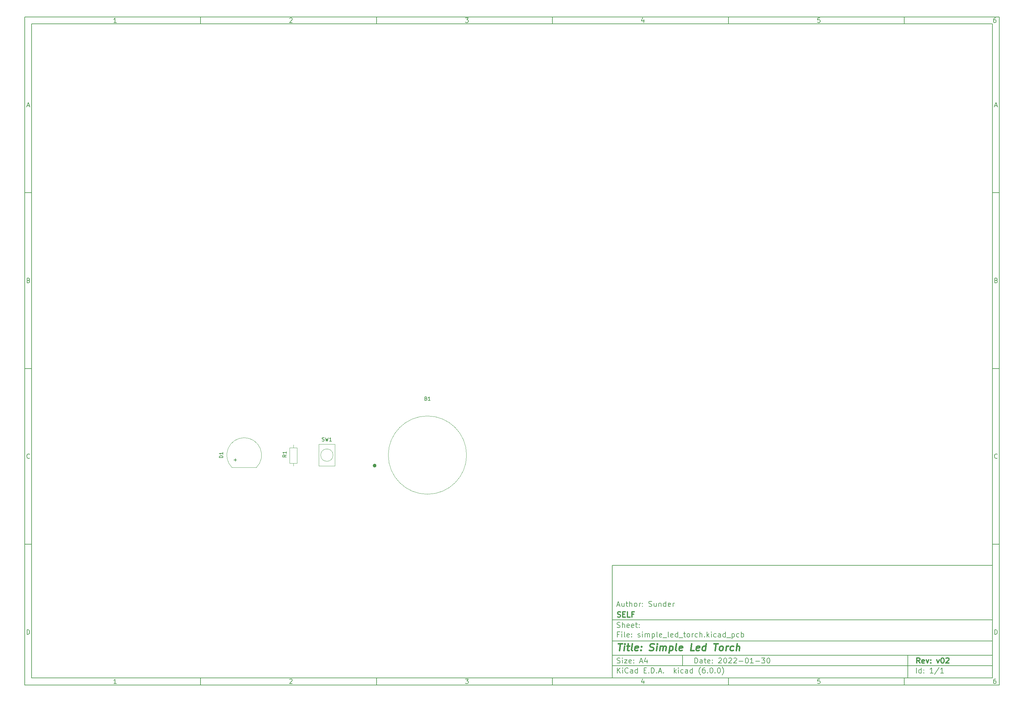
<source format=gbr>
%TF.GenerationSoftware,KiCad,Pcbnew,(6.0.0)*%
%TF.CreationDate,2022-01-30T14:03:22+05:30*%
%TF.ProjectId,simple_led_torch,73696d70-6c65-45f6-9c65-645f746f7263,v02*%
%TF.SameCoordinates,Original*%
%TF.FileFunction,Legend,Top*%
%TF.FilePolarity,Positive*%
%FSLAX46Y46*%
G04 Gerber Fmt 4.6, Leading zero omitted, Abs format (unit mm)*
G04 Created by KiCad (PCBNEW (6.0.0)) date 2022-01-30 14:03:22*
%MOMM*%
%LPD*%
G01*
G04 APERTURE LIST*
%ADD10C,0.100000*%
%ADD11C,0.150000*%
%ADD12C,0.300000*%
%ADD13C,0.400000*%
%ADD14C,0.120000*%
%ADD15C,0.550000*%
G04 APERTURE END LIST*
D10*
D11*
X177002200Y-166007200D02*
X177002200Y-198007200D01*
X285002200Y-198007200D01*
X285002200Y-166007200D01*
X177002200Y-166007200D01*
D10*
D11*
X10000000Y-10000000D02*
X10000000Y-200007200D01*
X287002200Y-200007200D01*
X287002200Y-10000000D01*
X10000000Y-10000000D01*
D10*
D11*
X12000000Y-12000000D02*
X12000000Y-198007200D01*
X285002200Y-198007200D01*
X285002200Y-12000000D01*
X12000000Y-12000000D01*
D10*
D11*
X60000000Y-12000000D02*
X60000000Y-10000000D01*
D10*
D11*
X110000000Y-12000000D02*
X110000000Y-10000000D01*
D10*
D11*
X160000000Y-12000000D02*
X160000000Y-10000000D01*
D10*
D11*
X210000000Y-12000000D02*
X210000000Y-10000000D01*
D10*
D11*
X260000000Y-12000000D02*
X260000000Y-10000000D01*
D10*
D11*
X36065476Y-11588095D02*
X35322619Y-11588095D01*
X35694047Y-11588095D02*
X35694047Y-10288095D01*
X35570238Y-10473809D01*
X35446428Y-10597619D01*
X35322619Y-10659523D01*
D10*
D11*
X85322619Y-10411904D02*
X85384523Y-10350000D01*
X85508333Y-10288095D01*
X85817857Y-10288095D01*
X85941666Y-10350000D01*
X86003571Y-10411904D01*
X86065476Y-10535714D01*
X86065476Y-10659523D01*
X86003571Y-10845238D01*
X85260714Y-11588095D01*
X86065476Y-11588095D01*
D10*
D11*
X135260714Y-10288095D02*
X136065476Y-10288095D01*
X135632142Y-10783333D01*
X135817857Y-10783333D01*
X135941666Y-10845238D01*
X136003571Y-10907142D01*
X136065476Y-11030952D01*
X136065476Y-11340476D01*
X136003571Y-11464285D01*
X135941666Y-11526190D01*
X135817857Y-11588095D01*
X135446428Y-11588095D01*
X135322619Y-11526190D01*
X135260714Y-11464285D01*
D10*
D11*
X185941666Y-10721428D02*
X185941666Y-11588095D01*
X185632142Y-10226190D02*
X185322619Y-11154761D01*
X186127380Y-11154761D01*
D10*
D11*
X236003571Y-10288095D02*
X235384523Y-10288095D01*
X235322619Y-10907142D01*
X235384523Y-10845238D01*
X235508333Y-10783333D01*
X235817857Y-10783333D01*
X235941666Y-10845238D01*
X236003571Y-10907142D01*
X236065476Y-11030952D01*
X236065476Y-11340476D01*
X236003571Y-11464285D01*
X235941666Y-11526190D01*
X235817857Y-11588095D01*
X235508333Y-11588095D01*
X235384523Y-11526190D01*
X235322619Y-11464285D01*
D10*
D11*
X285941666Y-10288095D02*
X285694047Y-10288095D01*
X285570238Y-10350000D01*
X285508333Y-10411904D01*
X285384523Y-10597619D01*
X285322619Y-10845238D01*
X285322619Y-11340476D01*
X285384523Y-11464285D01*
X285446428Y-11526190D01*
X285570238Y-11588095D01*
X285817857Y-11588095D01*
X285941666Y-11526190D01*
X286003571Y-11464285D01*
X286065476Y-11340476D01*
X286065476Y-11030952D01*
X286003571Y-10907142D01*
X285941666Y-10845238D01*
X285817857Y-10783333D01*
X285570238Y-10783333D01*
X285446428Y-10845238D01*
X285384523Y-10907142D01*
X285322619Y-11030952D01*
D10*
D11*
X60000000Y-198007200D02*
X60000000Y-200007200D01*
D10*
D11*
X110000000Y-198007200D02*
X110000000Y-200007200D01*
D10*
D11*
X160000000Y-198007200D02*
X160000000Y-200007200D01*
D10*
D11*
X210000000Y-198007200D02*
X210000000Y-200007200D01*
D10*
D11*
X260000000Y-198007200D02*
X260000000Y-200007200D01*
D10*
D11*
X36065476Y-199595295D02*
X35322619Y-199595295D01*
X35694047Y-199595295D02*
X35694047Y-198295295D01*
X35570238Y-198481009D01*
X35446428Y-198604819D01*
X35322619Y-198666723D01*
D10*
D11*
X85322619Y-198419104D02*
X85384523Y-198357200D01*
X85508333Y-198295295D01*
X85817857Y-198295295D01*
X85941666Y-198357200D01*
X86003571Y-198419104D01*
X86065476Y-198542914D01*
X86065476Y-198666723D01*
X86003571Y-198852438D01*
X85260714Y-199595295D01*
X86065476Y-199595295D01*
D10*
D11*
X135260714Y-198295295D02*
X136065476Y-198295295D01*
X135632142Y-198790533D01*
X135817857Y-198790533D01*
X135941666Y-198852438D01*
X136003571Y-198914342D01*
X136065476Y-199038152D01*
X136065476Y-199347676D01*
X136003571Y-199471485D01*
X135941666Y-199533390D01*
X135817857Y-199595295D01*
X135446428Y-199595295D01*
X135322619Y-199533390D01*
X135260714Y-199471485D01*
D10*
D11*
X185941666Y-198728628D02*
X185941666Y-199595295D01*
X185632142Y-198233390D02*
X185322619Y-199161961D01*
X186127380Y-199161961D01*
D10*
D11*
X236003571Y-198295295D02*
X235384523Y-198295295D01*
X235322619Y-198914342D01*
X235384523Y-198852438D01*
X235508333Y-198790533D01*
X235817857Y-198790533D01*
X235941666Y-198852438D01*
X236003571Y-198914342D01*
X236065476Y-199038152D01*
X236065476Y-199347676D01*
X236003571Y-199471485D01*
X235941666Y-199533390D01*
X235817857Y-199595295D01*
X235508333Y-199595295D01*
X235384523Y-199533390D01*
X235322619Y-199471485D01*
D10*
D11*
X285941666Y-198295295D02*
X285694047Y-198295295D01*
X285570238Y-198357200D01*
X285508333Y-198419104D01*
X285384523Y-198604819D01*
X285322619Y-198852438D01*
X285322619Y-199347676D01*
X285384523Y-199471485D01*
X285446428Y-199533390D01*
X285570238Y-199595295D01*
X285817857Y-199595295D01*
X285941666Y-199533390D01*
X286003571Y-199471485D01*
X286065476Y-199347676D01*
X286065476Y-199038152D01*
X286003571Y-198914342D01*
X285941666Y-198852438D01*
X285817857Y-198790533D01*
X285570238Y-198790533D01*
X285446428Y-198852438D01*
X285384523Y-198914342D01*
X285322619Y-199038152D01*
D10*
D11*
X10000000Y-60000000D02*
X12000000Y-60000000D01*
D10*
D11*
X10000000Y-110000000D02*
X12000000Y-110000000D01*
D10*
D11*
X10000000Y-160000000D02*
X12000000Y-160000000D01*
D10*
D11*
X10690476Y-35216666D02*
X11309523Y-35216666D01*
X10566666Y-35588095D02*
X11000000Y-34288095D01*
X11433333Y-35588095D01*
D10*
D11*
X11092857Y-84907142D02*
X11278571Y-84969047D01*
X11340476Y-85030952D01*
X11402380Y-85154761D01*
X11402380Y-85340476D01*
X11340476Y-85464285D01*
X11278571Y-85526190D01*
X11154761Y-85588095D01*
X10659523Y-85588095D01*
X10659523Y-84288095D01*
X11092857Y-84288095D01*
X11216666Y-84350000D01*
X11278571Y-84411904D01*
X11340476Y-84535714D01*
X11340476Y-84659523D01*
X11278571Y-84783333D01*
X11216666Y-84845238D01*
X11092857Y-84907142D01*
X10659523Y-84907142D01*
D10*
D11*
X11402380Y-135464285D02*
X11340476Y-135526190D01*
X11154761Y-135588095D01*
X11030952Y-135588095D01*
X10845238Y-135526190D01*
X10721428Y-135402380D01*
X10659523Y-135278571D01*
X10597619Y-135030952D01*
X10597619Y-134845238D01*
X10659523Y-134597619D01*
X10721428Y-134473809D01*
X10845238Y-134350000D01*
X11030952Y-134288095D01*
X11154761Y-134288095D01*
X11340476Y-134350000D01*
X11402380Y-134411904D01*
D10*
D11*
X10659523Y-185588095D02*
X10659523Y-184288095D01*
X10969047Y-184288095D01*
X11154761Y-184350000D01*
X11278571Y-184473809D01*
X11340476Y-184597619D01*
X11402380Y-184845238D01*
X11402380Y-185030952D01*
X11340476Y-185278571D01*
X11278571Y-185402380D01*
X11154761Y-185526190D01*
X10969047Y-185588095D01*
X10659523Y-185588095D01*
D10*
D11*
X287002200Y-60000000D02*
X285002200Y-60000000D01*
D10*
D11*
X287002200Y-110000000D02*
X285002200Y-110000000D01*
D10*
D11*
X287002200Y-160000000D02*
X285002200Y-160000000D01*
D10*
D11*
X285692676Y-35216666D02*
X286311723Y-35216666D01*
X285568866Y-35588095D02*
X286002200Y-34288095D01*
X286435533Y-35588095D01*
D10*
D11*
X286095057Y-84907142D02*
X286280771Y-84969047D01*
X286342676Y-85030952D01*
X286404580Y-85154761D01*
X286404580Y-85340476D01*
X286342676Y-85464285D01*
X286280771Y-85526190D01*
X286156961Y-85588095D01*
X285661723Y-85588095D01*
X285661723Y-84288095D01*
X286095057Y-84288095D01*
X286218866Y-84350000D01*
X286280771Y-84411904D01*
X286342676Y-84535714D01*
X286342676Y-84659523D01*
X286280771Y-84783333D01*
X286218866Y-84845238D01*
X286095057Y-84907142D01*
X285661723Y-84907142D01*
D10*
D11*
X286404580Y-135464285D02*
X286342676Y-135526190D01*
X286156961Y-135588095D01*
X286033152Y-135588095D01*
X285847438Y-135526190D01*
X285723628Y-135402380D01*
X285661723Y-135278571D01*
X285599819Y-135030952D01*
X285599819Y-134845238D01*
X285661723Y-134597619D01*
X285723628Y-134473809D01*
X285847438Y-134350000D01*
X286033152Y-134288095D01*
X286156961Y-134288095D01*
X286342676Y-134350000D01*
X286404580Y-134411904D01*
D10*
D11*
X285661723Y-185588095D02*
X285661723Y-184288095D01*
X285971247Y-184288095D01*
X286156961Y-184350000D01*
X286280771Y-184473809D01*
X286342676Y-184597619D01*
X286404580Y-184845238D01*
X286404580Y-185030952D01*
X286342676Y-185278571D01*
X286280771Y-185402380D01*
X286156961Y-185526190D01*
X285971247Y-185588095D01*
X285661723Y-185588095D01*
D10*
D11*
X200434342Y-193785771D02*
X200434342Y-192285771D01*
X200791485Y-192285771D01*
X201005771Y-192357200D01*
X201148628Y-192500057D01*
X201220057Y-192642914D01*
X201291485Y-192928628D01*
X201291485Y-193142914D01*
X201220057Y-193428628D01*
X201148628Y-193571485D01*
X201005771Y-193714342D01*
X200791485Y-193785771D01*
X200434342Y-193785771D01*
X202577200Y-193785771D02*
X202577200Y-193000057D01*
X202505771Y-192857200D01*
X202362914Y-192785771D01*
X202077200Y-192785771D01*
X201934342Y-192857200D01*
X202577200Y-193714342D02*
X202434342Y-193785771D01*
X202077200Y-193785771D01*
X201934342Y-193714342D01*
X201862914Y-193571485D01*
X201862914Y-193428628D01*
X201934342Y-193285771D01*
X202077200Y-193214342D01*
X202434342Y-193214342D01*
X202577200Y-193142914D01*
X203077200Y-192785771D02*
X203648628Y-192785771D01*
X203291485Y-192285771D02*
X203291485Y-193571485D01*
X203362914Y-193714342D01*
X203505771Y-193785771D01*
X203648628Y-193785771D01*
X204720057Y-193714342D02*
X204577200Y-193785771D01*
X204291485Y-193785771D01*
X204148628Y-193714342D01*
X204077200Y-193571485D01*
X204077200Y-193000057D01*
X204148628Y-192857200D01*
X204291485Y-192785771D01*
X204577200Y-192785771D01*
X204720057Y-192857200D01*
X204791485Y-193000057D01*
X204791485Y-193142914D01*
X204077200Y-193285771D01*
X205434342Y-193642914D02*
X205505771Y-193714342D01*
X205434342Y-193785771D01*
X205362914Y-193714342D01*
X205434342Y-193642914D01*
X205434342Y-193785771D01*
X205434342Y-192857200D02*
X205505771Y-192928628D01*
X205434342Y-193000057D01*
X205362914Y-192928628D01*
X205434342Y-192857200D01*
X205434342Y-193000057D01*
X207220057Y-192428628D02*
X207291485Y-192357200D01*
X207434342Y-192285771D01*
X207791485Y-192285771D01*
X207934342Y-192357200D01*
X208005771Y-192428628D01*
X208077200Y-192571485D01*
X208077200Y-192714342D01*
X208005771Y-192928628D01*
X207148628Y-193785771D01*
X208077200Y-193785771D01*
X209005771Y-192285771D02*
X209148628Y-192285771D01*
X209291485Y-192357200D01*
X209362914Y-192428628D01*
X209434342Y-192571485D01*
X209505771Y-192857200D01*
X209505771Y-193214342D01*
X209434342Y-193500057D01*
X209362914Y-193642914D01*
X209291485Y-193714342D01*
X209148628Y-193785771D01*
X209005771Y-193785771D01*
X208862914Y-193714342D01*
X208791485Y-193642914D01*
X208720057Y-193500057D01*
X208648628Y-193214342D01*
X208648628Y-192857200D01*
X208720057Y-192571485D01*
X208791485Y-192428628D01*
X208862914Y-192357200D01*
X209005771Y-192285771D01*
X210077200Y-192428628D02*
X210148628Y-192357200D01*
X210291485Y-192285771D01*
X210648628Y-192285771D01*
X210791485Y-192357200D01*
X210862914Y-192428628D01*
X210934342Y-192571485D01*
X210934342Y-192714342D01*
X210862914Y-192928628D01*
X210005771Y-193785771D01*
X210934342Y-193785771D01*
X211505771Y-192428628D02*
X211577200Y-192357200D01*
X211720057Y-192285771D01*
X212077200Y-192285771D01*
X212220057Y-192357200D01*
X212291485Y-192428628D01*
X212362914Y-192571485D01*
X212362914Y-192714342D01*
X212291485Y-192928628D01*
X211434342Y-193785771D01*
X212362914Y-193785771D01*
X213005771Y-193214342D02*
X214148628Y-193214342D01*
X215148628Y-192285771D02*
X215291485Y-192285771D01*
X215434342Y-192357200D01*
X215505771Y-192428628D01*
X215577200Y-192571485D01*
X215648628Y-192857200D01*
X215648628Y-193214342D01*
X215577200Y-193500057D01*
X215505771Y-193642914D01*
X215434342Y-193714342D01*
X215291485Y-193785771D01*
X215148628Y-193785771D01*
X215005771Y-193714342D01*
X214934342Y-193642914D01*
X214862914Y-193500057D01*
X214791485Y-193214342D01*
X214791485Y-192857200D01*
X214862914Y-192571485D01*
X214934342Y-192428628D01*
X215005771Y-192357200D01*
X215148628Y-192285771D01*
X217077200Y-193785771D02*
X216220057Y-193785771D01*
X216648628Y-193785771D02*
X216648628Y-192285771D01*
X216505771Y-192500057D01*
X216362914Y-192642914D01*
X216220057Y-192714342D01*
X217720057Y-193214342D02*
X218862914Y-193214342D01*
X219434342Y-192285771D02*
X220362914Y-192285771D01*
X219862914Y-192857200D01*
X220077200Y-192857200D01*
X220220057Y-192928628D01*
X220291485Y-193000057D01*
X220362914Y-193142914D01*
X220362914Y-193500057D01*
X220291485Y-193642914D01*
X220220057Y-193714342D01*
X220077200Y-193785771D01*
X219648628Y-193785771D01*
X219505771Y-193714342D01*
X219434342Y-193642914D01*
X221291485Y-192285771D02*
X221434342Y-192285771D01*
X221577200Y-192357200D01*
X221648628Y-192428628D01*
X221720057Y-192571485D01*
X221791485Y-192857200D01*
X221791485Y-193214342D01*
X221720057Y-193500057D01*
X221648628Y-193642914D01*
X221577200Y-193714342D01*
X221434342Y-193785771D01*
X221291485Y-193785771D01*
X221148628Y-193714342D01*
X221077200Y-193642914D01*
X221005771Y-193500057D01*
X220934342Y-193214342D01*
X220934342Y-192857200D01*
X221005771Y-192571485D01*
X221077200Y-192428628D01*
X221148628Y-192357200D01*
X221291485Y-192285771D01*
D10*
D11*
X177002200Y-194507200D02*
X285002200Y-194507200D01*
D10*
D11*
X178434342Y-196585771D02*
X178434342Y-195085771D01*
X179291485Y-196585771D02*
X178648628Y-195728628D01*
X179291485Y-195085771D02*
X178434342Y-195942914D01*
X179934342Y-196585771D02*
X179934342Y-195585771D01*
X179934342Y-195085771D02*
X179862914Y-195157200D01*
X179934342Y-195228628D01*
X180005771Y-195157200D01*
X179934342Y-195085771D01*
X179934342Y-195228628D01*
X181505771Y-196442914D02*
X181434342Y-196514342D01*
X181220057Y-196585771D01*
X181077200Y-196585771D01*
X180862914Y-196514342D01*
X180720057Y-196371485D01*
X180648628Y-196228628D01*
X180577200Y-195942914D01*
X180577200Y-195728628D01*
X180648628Y-195442914D01*
X180720057Y-195300057D01*
X180862914Y-195157200D01*
X181077200Y-195085771D01*
X181220057Y-195085771D01*
X181434342Y-195157200D01*
X181505771Y-195228628D01*
X182791485Y-196585771D02*
X182791485Y-195800057D01*
X182720057Y-195657200D01*
X182577200Y-195585771D01*
X182291485Y-195585771D01*
X182148628Y-195657200D01*
X182791485Y-196514342D02*
X182648628Y-196585771D01*
X182291485Y-196585771D01*
X182148628Y-196514342D01*
X182077200Y-196371485D01*
X182077200Y-196228628D01*
X182148628Y-196085771D01*
X182291485Y-196014342D01*
X182648628Y-196014342D01*
X182791485Y-195942914D01*
X184148628Y-196585771D02*
X184148628Y-195085771D01*
X184148628Y-196514342D02*
X184005771Y-196585771D01*
X183720057Y-196585771D01*
X183577200Y-196514342D01*
X183505771Y-196442914D01*
X183434342Y-196300057D01*
X183434342Y-195871485D01*
X183505771Y-195728628D01*
X183577200Y-195657200D01*
X183720057Y-195585771D01*
X184005771Y-195585771D01*
X184148628Y-195657200D01*
X186005771Y-195800057D02*
X186505771Y-195800057D01*
X186720057Y-196585771D02*
X186005771Y-196585771D01*
X186005771Y-195085771D01*
X186720057Y-195085771D01*
X187362914Y-196442914D02*
X187434342Y-196514342D01*
X187362914Y-196585771D01*
X187291485Y-196514342D01*
X187362914Y-196442914D01*
X187362914Y-196585771D01*
X188077200Y-196585771D02*
X188077200Y-195085771D01*
X188434342Y-195085771D01*
X188648628Y-195157200D01*
X188791485Y-195300057D01*
X188862914Y-195442914D01*
X188934342Y-195728628D01*
X188934342Y-195942914D01*
X188862914Y-196228628D01*
X188791485Y-196371485D01*
X188648628Y-196514342D01*
X188434342Y-196585771D01*
X188077200Y-196585771D01*
X189577200Y-196442914D02*
X189648628Y-196514342D01*
X189577200Y-196585771D01*
X189505771Y-196514342D01*
X189577200Y-196442914D01*
X189577200Y-196585771D01*
X190220057Y-196157200D02*
X190934342Y-196157200D01*
X190077200Y-196585771D02*
X190577200Y-195085771D01*
X191077200Y-196585771D01*
X191577200Y-196442914D02*
X191648628Y-196514342D01*
X191577200Y-196585771D01*
X191505771Y-196514342D01*
X191577200Y-196442914D01*
X191577200Y-196585771D01*
X194577200Y-196585771D02*
X194577200Y-195085771D01*
X194720057Y-196014342D02*
X195148628Y-196585771D01*
X195148628Y-195585771D02*
X194577200Y-196157200D01*
X195791485Y-196585771D02*
X195791485Y-195585771D01*
X195791485Y-195085771D02*
X195720057Y-195157200D01*
X195791485Y-195228628D01*
X195862914Y-195157200D01*
X195791485Y-195085771D01*
X195791485Y-195228628D01*
X197148628Y-196514342D02*
X197005771Y-196585771D01*
X196720057Y-196585771D01*
X196577200Y-196514342D01*
X196505771Y-196442914D01*
X196434342Y-196300057D01*
X196434342Y-195871485D01*
X196505771Y-195728628D01*
X196577200Y-195657200D01*
X196720057Y-195585771D01*
X197005771Y-195585771D01*
X197148628Y-195657200D01*
X198434342Y-196585771D02*
X198434342Y-195800057D01*
X198362914Y-195657200D01*
X198220057Y-195585771D01*
X197934342Y-195585771D01*
X197791485Y-195657200D01*
X198434342Y-196514342D02*
X198291485Y-196585771D01*
X197934342Y-196585771D01*
X197791485Y-196514342D01*
X197720057Y-196371485D01*
X197720057Y-196228628D01*
X197791485Y-196085771D01*
X197934342Y-196014342D01*
X198291485Y-196014342D01*
X198434342Y-195942914D01*
X199791485Y-196585771D02*
X199791485Y-195085771D01*
X199791485Y-196514342D02*
X199648628Y-196585771D01*
X199362914Y-196585771D01*
X199220057Y-196514342D01*
X199148628Y-196442914D01*
X199077200Y-196300057D01*
X199077200Y-195871485D01*
X199148628Y-195728628D01*
X199220057Y-195657200D01*
X199362914Y-195585771D01*
X199648628Y-195585771D01*
X199791485Y-195657200D01*
X202077200Y-197157200D02*
X202005771Y-197085771D01*
X201862914Y-196871485D01*
X201791485Y-196728628D01*
X201720057Y-196514342D01*
X201648628Y-196157200D01*
X201648628Y-195871485D01*
X201720057Y-195514342D01*
X201791485Y-195300057D01*
X201862914Y-195157200D01*
X202005771Y-194942914D01*
X202077200Y-194871485D01*
X203291485Y-195085771D02*
X203005771Y-195085771D01*
X202862914Y-195157200D01*
X202791485Y-195228628D01*
X202648628Y-195442914D01*
X202577200Y-195728628D01*
X202577200Y-196300057D01*
X202648628Y-196442914D01*
X202720057Y-196514342D01*
X202862914Y-196585771D01*
X203148628Y-196585771D01*
X203291485Y-196514342D01*
X203362914Y-196442914D01*
X203434342Y-196300057D01*
X203434342Y-195942914D01*
X203362914Y-195800057D01*
X203291485Y-195728628D01*
X203148628Y-195657200D01*
X202862914Y-195657200D01*
X202720057Y-195728628D01*
X202648628Y-195800057D01*
X202577200Y-195942914D01*
X204077200Y-196442914D02*
X204148628Y-196514342D01*
X204077200Y-196585771D01*
X204005771Y-196514342D01*
X204077200Y-196442914D01*
X204077200Y-196585771D01*
X205077200Y-195085771D02*
X205220057Y-195085771D01*
X205362914Y-195157200D01*
X205434342Y-195228628D01*
X205505771Y-195371485D01*
X205577200Y-195657200D01*
X205577200Y-196014342D01*
X205505771Y-196300057D01*
X205434342Y-196442914D01*
X205362914Y-196514342D01*
X205220057Y-196585771D01*
X205077200Y-196585771D01*
X204934342Y-196514342D01*
X204862914Y-196442914D01*
X204791485Y-196300057D01*
X204720057Y-196014342D01*
X204720057Y-195657200D01*
X204791485Y-195371485D01*
X204862914Y-195228628D01*
X204934342Y-195157200D01*
X205077200Y-195085771D01*
X206220057Y-196442914D02*
X206291485Y-196514342D01*
X206220057Y-196585771D01*
X206148628Y-196514342D01*
X206220057Y-196442914D01*
X206220057Y-196585771D01*
X207220057Y-195085771D02*
X207362914Y-195085771D01*
X207505771Y-195157200D01*
X207577200Y-195228628D01*
X207648628Y-195371485D01*
X207720057Y-195657200D01*
X207720057Y-196014342D01*
X207648628Y-196300057D01*
X207577200Y-196442914D01*
X207505771Y-196514342D01*
X207362914Y-196585771D01*
X207220057Y-196585771D01*
X207077200Y-196514342D01*
X207005771Y-196442914D01*
X206934342Y-196300057D01*
X206862914Y-196014342D01*
X206862914Y-195657200D01*
X206934342Y-195371485D01*
X207005771Y-195228628D01*
X207077200Y-195157200D01*
X207220057Y-195085771D01*
X208220057Y-197157200D02*
X208291485Y-197085771D01*
X208434342Y-196871485D01*
X208505771Y-196728628D01*
X208577200Y-196514342D01*
X208648628Y-196157200D01*
X208648628Y-195871485D01*
X208577200Y-195514342D01*
X208505771Y-195300057D01*
X208434342Y-195157200D01*
X208291485Y-194942914D01*
X208220057Y-194871485D01*
D10*
D11*
X177002200Y-191507200D02*
X285002200Y-191507200D01*
D10*
D12*
X264411485Y-193785771D02*
X263911485Y-193071485D01*
X263554342Y-193785771D02*
X263554342Y-192285771D01*
X264125771Y-192285771D01*
X264268628Y-192357200D01*
X264340057Y-192428628D01*
X264411485Y-192571485D01*
X264411485Y-192785771D01*
X264340057Y-192928628D01*
X264268628Y-193000057D01*
X264125771Y-193071485D01*
X263554342Y-193071485D01*
X265625771Y-193714342D02*
X265482914Y-193785771D01*
X265197200Y-193785771D01*
X265054342Y-193714342D01*
X264982914Y-193571485D01*
X264982914Y-193000057D01*
X265054342Y-192857200D01*
X265197200Y-192785771D01*
X265482914Y-192785771D01*
X265625771Y-192857200D01*
X265697200Y-193000057D01*
X265697200Y-193142914D01*
X264982914Y-193285771D01*
X266197200Y-192785771D02*
X266554342Y-193785771D01*
X266911485Y-192785771D01*
X267482914Y-193642914D02*
X267554342Y-193714342D01*
X267482914Y-193785771D01*
X267411485Y-193714342D01*
X267482914Y-193642914D01*
X267482914Y-193785771D01*
X267482914Y-192857200D02*
X267554342Y-192928628D01*
X267482914Y-193000057D01*
X267411485Y-192928628D01*
X267482914Y-192857200D01*
X267482914Y-193000057D01*
X269197200Y-192785771D02*
X269554342Y-193785771D01*
X269911485Y-192785771D01*
X270768628Y-192285771D02*
X270911485Y-192285771D01*
X271054342Y-192357200D01*
X271125771Y-192428628D01*
X271197200Y-192571485D01*
X271268628Y-192857200D01*
X271268628Y-193214342D01*
X271197200Y-193500057D01*
X271125771Y-193642914D01*
X271054342Y-193714342D01*
X270911485Y-193785771D01*
X270768628Y-193785771D01*
X270625771Y-193714342D01*
X270554342Y-193642914D01*
X270482914Y-193500057D01*
X270411485Y-193214342D01*
X270411485Y-192857200D01*
X270482914Y-192571485D01*
X270554342Y-192428628D01*
X270625771Y-192357200D01*
X270768628Y-192285771D01*
X271840057Y-192428628D02*
X271911485Y-192357200D01*
X272054342Y-192285771D01*
X272411485Y-192285771D01*
X272554342Y-192357200D01*
X272625771Y-192428628D01*
X272697200Y-192571485D01*
X272697200Y-192714342D01*
X272625771Y-192928628D01*
X271768628Y-193785771D01*
X272697200Y-193785771D01*
D10*
D11*
X178362914Y-193714342D02*
X178577200Y-193785771D01*
X178934342Y-193785771D01*
X179077200Y-193714342D01*
X179148628Y-193642914D01*
X179220057Y-193500057D01*
X179220057Y-193357200D01*
X179148628Y-193214342D01*
X179077200Y-193142914D01*
X178934342Y-193071485D01*
X178648628Y-193000057D01*
X178505771Y-192928628D01*
X178434342Y-192857200D01*
X178362914Y-192714342D01*
X178362914Y-192571485D01*
X178434342Y-192428628D01*
X178505771Y-192357200D01*
X178648628Y-192285771D01*
X179005771Y-192285771D01*
X179220057Y-192357200D01*
X179862914Y-193785771D02*
X179862914Y-192785771D01*
X179862914Y-192285771D02*
X179791485Y-192357200D01*
X179862914Y-192428628D01*
X179934342Y-192357200D01*
X179862914Y-192285771D01*
X179862914Y-192428628D01*
X180434342Y-192785771D02*
X181220057Y-192785771D01*
X180434342Y-193785771D01*
X181220057Y-193785771D01*
X182362914Y-193714342D02*
X182220057Y-193785771D01*
X181934342Y-193785771D01*
X181791485Y-193714342D01*
X181720057Y-193571485D01*
X181720057Y-193000057D01*
X181791485Y-192857200D01*
X181934342Y-192785771D01*
X182220057Y-192785771D01*
X182362914Y-192857200D01*
X182434342Y-193000057D01*
X182434342Y-193142914D01*
X181720057Y-193285771D01*
X183077200Y-193642914D02*
X183148628Y-193714342D01*
X183077200Y-193785771D01*
X183005771Y-193714342D01*
X183077200Y-193642914D01*
X183077200Y-193785771D01*
X183077200Y-192857200D02*
X183148628Y-192928628D01*
X183077200Y-193000057D01*
X183005771Y-192928628D01*
X183077200Y-192857200D01*
X183077200Y-193000057D01*
X184862914Y-193357200D02*
X185577200Y-193357200D01*
X184720057Y-193785771D02*
X185220057Y-192285771D01*
X185720057Y-193785771D01*
X186862914Y-192785771D02*
X186862914Y-193785771D01*
X186505771Y-192214342D02*
X186148628Y-193285771D01*
X187077200Y-193285771D01*
D10*
D11*
X263434342Y-196585771D02*
X263434342Y-195085771D01*
X264791485Y-196585771D02*
X264791485Y-195085771D01*
X264791485Y-196514342D02*
X264648628Y-196585771D01*
X264362914Y-196585771D01*
X264220057Y-196514342D01*
X264148628Y-196442914D01*
X264077200Y-196300057D01*
X264077200Y-195871485D01*
X264148628Y-195728628D01*
X264220057Y-195657200D01*
X264362914Y-195585771D01*
X264648628Y-195585771D01*
X264791485Y-195657200D01*
X265505771Y-196442914D02*
X265577200Y-196514342D01*
X265505771Y-196585771D01*
X265434342Y-196514342D01*
X265505771Y-196442914D01*
X265505771Y-196585771D01*
X265505771Y-195657200D02*
X265577200Y-195728628D01*
X265505771Y-195800057D01*
X265434342Y-195728628D01*
X265505771Y-195657200D01*
X265505771Y-195800057D01*
X268148628Y-196585771D02*
X267291485Y-196585771D01*
X267720057Y-196585771D02*
X267720057Y-195085771D01*
X267577200Y-195300057D01*
X267434342Y-195442914D01*
X267291485Y-195514342D01*
X269862914Y-195014342D02*
X268577200Y-196942914D01*
X271148628Y-196585771D02*
X270291485Y-196585771D01*
X270720057Y-196585771D02*
X270720057Y-195085771D01*
X270577200Y-195300057D01*
X270434342Y-195442914D01*
X270291485Y-195514342D01*
D10*
D11*
X177002200Y-187507200D02*
X285002200Y-187507200D01*
D10*
D13*
X178714580Y-188211961D02*
X179857438Y-188211961D01*
X179036009Y-190211961D02*
X179286009Y-188211961D01*
X180274104Y-190211961D02*
X180440771Y-188878628D01*
X180524104Y-188211961D02*
X180416961Y-188307200D01*
X180500295Y-188402438D01*
X180607438Y-188307200D01*
X180524104Y-188211961D01*
X180500295Y-188402438D01*
X181107438Y-188878628D02*
X181869342Y-188878628D01*
X181476485Y-188211961D02*
X181262200Y-189926247D01*
X181333628Y-190116723D01*
X181512200Y-190211961D01*
X181702676Y-190211961D01*
X182655057Y-190211961D02*
X182476485Y-190116723D01*
X182405057Y-189926247D01*
X182619342Y-188211961D01*
X184190771Y-190116723D02*
X183988390Y-190211961D01*
X183607438Y-190211961D01*
X183428866Y-190116723D01*
X183357438Y-189926247D01*
X183452676Y-189164342D01*
X183571723Y-188973866D01*
X183774104Y-188878628D01*
X184155057Y-188878628D01*
X184333628Y-188973866D01*
X184405057Y-189164342D01*
X184381247Y-189354819D01*
X183405057Y-189545295D01*
X185155057Y-190021485D02*
X185238390Y-190116723D01*
X185131247Y-190211961D01*
X185047914Y-190116723D01*
X185155057Y-190021485D01*
X185131247Y-190211961D01*
X185286009Y-188973866D02*
X185369342Y-189069104D01*
X185262200Y-189164342D01*
X185178866Y-189069104D01*
X185286009Y-188973866D01*
X185262200Y-189164342D01*
X187524104Y-190116723D02*
X187797914Y-190211961D01*
X188274104Y-190211961D01*
X188476485Y-190116723D01*
X188583628Y-190021485D01*
X188702676Y-189831009D01*
X188726485Y-189640533D01*
X188655057Y-189450057D01*
X188571723Y-189354819D01*
X188393152Y-189259580D01*
X188024104Y-189164342D01*
X187845533Y-189069104D01*
X187762200Y-188973866D01*
X187690771Y-188783390D01*
X187714580Y-188592914D01*
X187833628Y-188402438D01*
X187940771Y-188307200D01*
X188143152Y-188211961D01*
X188619342Y-188211961D01*
X188893152Y-188307200D01*
X189512200Y-190211961D02*
X189678866Y-188878628D01*
X189762200Y-188211961D02*
X189655057Y-188307200D01*
X189738390Y-188402438D01*
X189845533Y-188307200D01*
X189762200Y-188211961D01*
X189738390Y-188402438D01*
X190464580Y-190211961D02*
X190631247Y-188878628D01*
X190607438Y-189069104D02*
X190714580Y-188973866D01*
X190916961Y-188878628D01*
X191202676Y-188878628D01*
X191381247Y-188973866D01*
X191452676Y-189164342D01*
X191321723Y-190211961D01*
X191452676Y-189164342D02*
X191571723Y-188973866D01*
X191774104Y-188878628D01*
X192059819Y-188878628D01*
X192238390Y-188973866D01*
X192309819Y-189164342D01*
X192178866Y-190211961D01*
X193297914Y-188878628D02*
X193047914Y-190878628D01*
X193286009Y-188973866D02*
X193488390Y-188878628D01*
X193869342Y-188878628D01*
X194047914Y-188973866D01*
X194131247Y-189069104D01*
X194202676Y-189259580D01*
X194131247Y-189831009D01*
X194012200Y-190021485D01*
X193905057Y-190116723D01*
X193702676Y-190211961D01*
X193321723Y-190211961D01*
X193143152Y-190116723D01*
X195226485Y-190211961D02*
X195047914Y-190116723D01*
X194976485Y-189926247D01*
X195190771Y-188211961D01*
X196762200Y-190116723D02*
X196559819Y-190211961D01*
X196178866Y-190211961D01*
X196000295Y-190116723D01*
X195928866Y-189926247D01*
X196024104Y-189164342D01*
X196143152Y-188973866D01*
X196345533Y-188878628D01*
X196726485Y-188878628D01*
X196905057Y-188973866D01*
X196976485Y-189164342D01*
X196952676Y-189354819D01*
X195976485Y-189545295D01*
X200178866Y-190211961D02*
X199226485Y-190211961D01*
X199476485Y-188211961D01*
X201619342Y-190116723D02*
X201416961Y-190211961D01*
X201036009Y-190211961D01*
X200857438Y-190116723D01*
X200786009Y-189926247D01*
X200881247Y-189164342D01*
X201000295Y-188973866D01*
X201202676Y-188878628D01*
X201583628Y-188878628D01*
X201762200Y-188973866D01*
X201833628Y-189164342D01*
X201809819Y-189354819D01*
X200833628Y-189545295D01*
X203416961Y-190211961D02*
X203666961Y-188211961D01*
X203428866Y-190116723D02*
X203226485Y-190211961D01*
X202845533Y-190211961D01*
X202666961Y-190116723D01*
X202583628Y-190021485D01*
X202512200Y-189831009D01*
X202583628Y-189259580D01*
X202702676Y-189069104D01*
X202809819Y-188973866D01*
X203012200Y-188878628D01*
X203393152Y-188878628D01*
X203571723Y-188973866D01*
X205857438Y-188211961D02*
X207000295Y-188211961D01*
X206178866Y-190211961D02*
X206428866Y-188211961D01*
X207702676Y-190211961D02*
X207524104Y-190116723D01*
X207440771Y-190021485D01*
X207369342Y-189831009D01*
X207440771Y-189259580D01*
X207559819Y-189069104D01*
X207666961Y-188973866D01*
X207869342Y-188878628D01*
X208155057Y-188878628D01*
X208333628Y-188973866D01*
X208416961Y-189069104D01*
X208488390Y-189259580D01*
X208416961Y-189831009D01*
X208297914Y-190021485D01*
X208190771Y-190116723D01*
X207988390Y-190211961D01*
X207702676Y-190211961D01*
X209226485Y-190211961D02*
X209393152Y-188878628D01*
X209345533Y-189259580D02*
X209464580Y-189069104D01*
X209571723Y-188973866D01*
X209774104Y-188878628D01*
X209964580Y-188878628D01*
X211333628Y-190116723D02*
X211131247Y-190211961D01*
X210750295Y-190211961D01*
X210571723Y-190116723D01*
X210488390Y-190021485D01*
X210416961Y-189831009D01*
X210488390Y-189259580D01*
X210607438Y-189069104D01*
X210714580Y-188973866D01*
X210916961Y-188878628D01*
X211297914Y-188878628D01*
X211476485Y-188973866D01*
X212178866Y-190211961D02*
X212428866Y-188211961D01*
X213036009Y-190211961D02*
X213166961Y-189164342D01*
X213095533Y-188973866D01*
X212916961Y-188878628D01*
X212631247Y-188878628D01*
X212428866Y-188973866D01*
X212321723Y-189069104D01*
D10*
D11*
X178934342Y-185600057D02*
X178434342Y-185600057D01*
X178434342Y-186385771D02*
X178434342Y-184885771D01*
X179148628Y-184885771D01*
X179720057Y-186385771D02*
X179720057Y-185385771D01*
X179720057Y-184885771D02*
X179648628Y-184957200D01*
X179720057Y-185028628D01*
X179791485Y-184957200D01*
X179720057Y-184885771D01*
X179720057Y-185028628D01*
X180648628Y-186385771D02*
X180505771Y-186314342D01*
X180434342Y-186171485D01*
X180434342Y-184885771D01*
X181791485Y-186314342D02*
X181648628Y-186385771D01*
X181362914Y-186385771D01*
X181220057Y-186314342D01*
X181148628Y-186171485D01*
X181148628Y-185600057D01*
X181220057Y-185457200D01*
X181362914Y-185385771D01*
X181648628Y-185385771D01*
X181791485Y-185457200D01*
X181862914Y-185600057D01*
X181862914Y-185742914D01*
X181148628Y-185885771D01*
X182505771Y-186242914D02*
X182577200Y-186314342D01*
X182505771Y-186385771D01*
X182434342Y-186314342D01*
X182505771Y-186242914D01*
X182505771Y-186385771D01*
X182505771Y-185457200D02*
X182577200Y-185528628D01*
X182505771Y-185600057D01*
X182434342Y-185528628D01*
X182505771Y-185457200D01*
X182505771Y-185600057D01*
X184291485Y-186314342D02*
X184434342Y-186385771D01*
X184720057Y-186385771D01*
X184862914Y-186314342D01*
X184934342Y-186171485D01*
X184934342Y-186100057D01*
X184862914Y-185957200D01*
X184720057Y-185885771D01*
X184505771Y-185885771D01*
X184362914Y-185814342D01*
X184291485Y-185671485D01*
X184291485Y-185600057D01*
X184362914Y-185457200D01*
X184505771Y-185385771D01*
X184720057Y-185385771D01*
X184862914Y-185457200D01*
X185577200Y-186385771D02*
X185577200Y-185385771D01*
X185577200Y-184885771D02*
X185505771Y-184957200D01*
X185577200Y-185028628D01*
X185648628Y-184957200D01*
X185577200Y-184885771D01*
X185577200Y-185028628D01*
X186291485Y-186385771D02*
X186291485Y-185385771D01*
X186291485Y-185528628D02*
X186362914Y-185457200D01*
X186505771Y-185385771D01*
X186720057Y-185385771D01*
X186862914Y-185457200D01*
X186934342Y-185600057D01*
X186934342Y-186385771D01*
X186934342Y-185600057D02*
X187005771Y-185457200D01*
X187148628Y-185385771D01*
X187362914Y-185385771D01*
X187505771Y-185457200D01*
X187577200Y-185600057D01*
X187577200Y-186385771D01*
X188291485Y-185385771D02*
X188291485Y-186885771D01*
X188291485Y-185457200D02*
X188434342Y-185385771D01*
X188720057Y-185385771D01*
X188862914Y-185457200D01*
X188934342Y-185528628D01*
X189005771Y-185671485D01*
X189005771Y-186100057D01*
X188934342Y-186242914D01*
X188862914Y-186314342D01*
X188720057Y-186385771D01*
X188434342Y-186385771D01*
X188291485Y-186314342D01*
X189862914Y-186385771D02*
X189720057Y-186314342D01*
X189648628Y-186171485D01*
X189648628Y-184885771D01*
X191005771Y-186314342D02*
X190862914Y-186385771D01*
X190577200Y-186385771D01*
X190434342Y-186314342D01*
X190362914Y-186171485D01*
X190362914Y-185600057D01*
X190434342Y-185457200D01*
X190577200Y-185385771D01*
X190862914Y-185385771D01*
X191005771Y-185457200D01*
X191077200Y-185600057D01*
X191077200Y-185742914D01*
X190362914Y-185885771D01*
X191362914Y-186528628D02*
X192505771Y-186528628D01*
X193077200Y-186385771D02*
X192934342Y-186314342D01*
X192862914Y-186171485D01*
X192862914Y-184885771D01*
X194220057Y-186314342D02*
X194077200Y-186385771D01*
X193791485Y-186385771D01*
X193648628Y-186314342D01*
X193577200Y-186171485D01*
X193577200Y-185600057D01*
X193648628Y-185457200D01*
X193791485Y-185385771D01*
X194077200Y-185385771D01*
X194220057Y-185457200D01*
X194291485Y-185600057D01*
X194291485Y-185742914D01*
X193577200Y-185885771D01*
X195577200Y-186385771D02*
X195577200Y-184885771D01*
X195577200Y-186314342D02*
X195434342Y-186385771D01*
X195148628Y-186385771D01*
X195005771Y-186314342D01*
X194934342Y-186242914D01*
X194862914Y-186100057D01*
X194862914Y-185671485D01*
X194934342Y-185528628D01*
X195005771Y-185457200D01*
X195148628Y-185385771D01*
X195434342Y-185385771D01*
X195577200Y-185457200D01*
X195934342Y-186528628D02*
X197077200Y-186528628D01*
X197220057Y-185385771D02*
X197791485Y-185385771D01*
X197434342Y-184885771D02*
X197434342Y-186171485D01*
X197505771Y-186314342D01*
X197648628Y-186385771D01*
X197791485Y-186385771D01*
X198505771Y-186385771D02*
X198362914Y-186314342D01*
X198291485Y-186242914D01*
X198220057Y-186100057D01*
X198220057Y-185671485D01*
X198291485Y-185528628D01*
X198362914Y-185457200D01*
X198505771Y-185385771D01*
X198720057Y-185385771D01*
X198862914Y-185457200D01*
X198934342Y-185528628D01*
X199005771Y-185671485D01*
X199005771Y-186100057D01*
X198934342Y-186242914D01*
X198862914Y-186314342D01*
X198720057Y-186385771D01*
X198505771Y-186385771D01*
X199648628Y-186385771D02*
X199648628Y-185385771D01*
X199648628Y-185671485D02*
X199720057Y-185528628D01*
X199791485Y-185457200D01*
X199934342Y-185385771D01*
X200077200Y-185385771D01*
X201220057Y-186314342D02*
X201077200Y-186385771D01*
X200791485Y-186385771D01*
X200648628Y-186314342D01*
X200577200Y-186242914D01*
X200505771Y-186100057D01*
X200505771Y-185671485D01*
X200577200Y-185528628D01*
X200648628Y-185457200D01*
X200791485Y-185385771D01*
X201077200Y-185385771D01*
X201220057Y-185457200D01*
X201862914Y-186385771D02*
X201862914Y-184885771D01*
X202505771Y-186385771D02*
X202505771Y-185600057D01*
X202434342Y-185457200D01*
X202291485Y-185385771D01*
X202077200Y-185385771D01*
X201934342Y-185457200D01*
X201862914Y-185528628D01*
X203220057Y-186242914D02*
X203291485Y-186314342D01*
X203220057Y-186385771D01*
X203148628Y-186314342D01*
X203220057Y-186242914D01*
X203220057Y-186385771D01*
X203934342Y-186385771D02*
X203934342Y-184885771D01*
X204077200Y-185814342D02*
X204505771Y-186385771D01*
X204505771Y-185385771D02*
X203934342Y-185957200D01*
X205148628Y-186385771D02*
X205148628Y-185385771D01*
X205148628Y-184885771D02*
X205077200Y-184957200D01*
X205148628Y-185028628D01*
X205220057Y-184957200D01*
X205148628Y-184885771D01*
X205148628Y-185028628D01*
X206505771Y-186314342D02*
X206362914Y-186385771D01*
X206077200Y-186385771D01*
X205934342Y-186314342D01*
X205862914Y-186242914D01*
X205791485Y-186100057D01*
X205791485Y-185671485D01*
X205862914Y-185528628D01*
X205934342Y-185457200D01*
X206077200Y-185385771D01*
X206362914Y-185385771D01*
X206505771Y-185457200D01*
X207791485Y-186385771D02*
X207791485Y-185600057D01*
X207720057Y-185457200D01*
X207577200Y-185385771D01*
X207291485Y-185385771D01*
X207148628Y-185457200D01*
X207791485Y-186314342D02*
X207648628Y-186385771D01*
X207291485Y-186385771D01*
X207148628Y-186314342D01*
X207077200Y-186171485D01*
X207077200Y-186028628D01*
X207148628Y-185885771D01*
X207291485Y-185814342D01*
X207648628Y-185814342D01*
X207791485Y-185742914D01*
X209148628Y-186385771D02*
X209148628Y-184885771D01*
X209148628Y-186314342D02*
X209005771Y-186385771D01*
X208720057Y-186385771D01*
X208577200Y-186314342D01*
X208505771Y-186242914D01*
X208434342Y-186100057D01*
X208434342Y-185671485D01*
X208505771Y-185528628D01*
X208577200Y-185457200D01*
X208720057Y-185385771D01*
X209005771Y-185385771D01*
X209148628Y-185457200D01*
X209505771Y-186528628D02*
X210648628Y-186528628D01*
X211005771Y-185385771D02*
X211005771Y-186885771D01*
X211005771Y-185457200D02*
X211148628Y-185385771D01*
X211434342Y-185385771D01*
X211577200Y-185457200D01*
X211648628Y-185528628D01*
X211720057Y-185671485D01*
X211720057Y-186100057D01*
X211648628Y-186242914D01*
X211577200Y-186314342D01*
X211434342Y-186385771D01*
X211148628Y-186385771D01*
X211005771Y-186314342D01*
X213005771Y-186314342D02*
X212862914Y-186385771D01*
X212577200Y-186385771D01*
X212434342Y-186314342D01*
X212362914Y-186242914D01*
X212291485Y-186100057D01*
X212291485Y-185671485D01*
X212362914Y-185528628D01*
X212434342Y-185457200D01*
X212577200Y-185385771D01*
X212862914Y-185385771D01*
X213005771Y-185457200D01*
X213648628Y-186385771D02*
X213648628Y-184885771D01*
X213648628Y-185457200D02*
X213791485Y-185385771D01*
X214077200Y-185385771D01*
X214220057Y-185457200D01*
X214291485Y-185528628D01*
X214362914Y-185671485D01*
X214362914Y-186100057D01*
X214291485Y-186242914D01*
X214220057Y-186314342D01*
X214077200Y-186385771D01*
X213791485Y-186385771D01*
X213648628Y-186314342D01*
D10*
D11*
X177002200Y-181507200D02*
X285002200Y-181507200D01*
D10*
D11*
X178362914Y-183614342D02*
X178577200Y-183685771D01*
X178934342Y-183685771D01*
X179077200Y-183614342D01*
X179148628Y-183542914D01*
X179220057Y-183400057D01*
X179220057Y-183257200D01*
X179148628Y-183114342D01*
X179077200Y-183042914D01*
X178934342Y-182971485D01*
X178648628Y-182900057D01*
X178505771Y-182828628D01*
X178434342Y-182757200D01*
X178362914Y-182614342D01*
X178362914Y-182471485D01*
X178434342Y-182328628D01*
X178505771Y-182257200D01*
X178648628Y-182185771D01*
X179005771Y-182185771D01*
X179220057Y-182257200D01*
X179862914Y-183685771D02*
X179862914Y-182185771D01*
X180505771Y-183685771D02*
X180505771Y-182900057D01*
X180434342Y-182757200D01*
X180291485Y-182685771D01*
X180077200Y-182685771D01*
X179934342Y-182757200D01*
X179862914Y-182828628D01*
X181791485Y-183614342D02*
X181648628Y-183685771D01*
X181362914Y-183685771D01*
X181220057Y-183614342D01*
X181148628Y-183471485D01*
X181148628Y-182900057D01*
X181220057Y-182757200D01*
X181362914Y-182685771D01*
X181648628Y-182685771D01*
X181791485Y-182757200D01*
X181862914Y-182900057D01*
X181862914Y-183042914D01*
X181148628Y-183185771D01*
X183077200Y-183614342D02*
X182934342Y-183685771D01*
X182648628Y-183685771D01*
X182505771Y-183614342D01*
X182434342Y-183471485D01*
X182434342Y-182900057D01*
X182505771Y-182757200D01*
X182648628Y-182685771D01*
X182934342Y-182685771D01*
X183077200Y-182757200D01*
X183148628Y-182900057D01*
X183148628Y-183042914D01*
X182434342Y-183185771D01*
X183577200Y-182685771D02*
X184148628Y-182685771D01*
X183791485Y-182185771D02*
X183791485Y-183471485D01*
X183862914Y-183614342D01*
X184005771Y-183685771D01*
X184148628Y-183685771D01*
X184648628Y-183542914D02*
X184720057Y-183614342D01*
X184648628Y-183685771D01*
X184577200Y-183614342D01*
X184648628Y-183542914D01*
X184648628Y-183685771D01*
X184648628Y-182757200D02*
X184720057Y-182828628D01*
X184648628Y-182900057D01*
X184577200Y-182828628D01*
X184648628Y-182757200D01*
X184648628Y-182900057D01*
D10*
D12*
X178482914Y-180614342D02*
X178697200Y-180685771D01*
X179054342Y-180685771D01*
X179197200Y-180614342D01*
X179268628Y-180542914D01*
X179340057Y-180400057D01*
X179340057Y-180257200D01*
X179268628Y-180114342D01*
X179197200Y-180042914D01*
X179054342Y-179971485D01*
X178768628Y-179900057D01*
X178625771Y-179828628D01*
X178554342Y-179757200D01*
X178482914Y-179614342D01*
X178482914Y-179471485D01*
X178554342Y-179328628D01*
X178625771Y-179257200D01*
X178768628Y-179185771D01*
X179125771Y-179185771D01*
X179340057Y-179257200D01*
X179982914Y-179900057D02*
X180482914Y-179900057D01*
X180697200Y-180685771D02*
X179982914Y-180685771D01*
X179982914Y-179185771D01*
X180697200Y-179185771D01*
X182054342Y-180685771D02*
X181340057Y-180685771D01*
X181340057Y-179185771D01*
X183054342Y-179900057D02*
X182554342Y-179900057D01*
X182554342Y-180685771D02*
X182554342Y-179185771D01*
X183268628Y-179185771D01*
D10*
D11*
X178362914Y-177257200D02*
X179077200Y-177257200D01*
X178220057Y-177685771D02*
X178720057Y-176185771D01*
X179220057Y-177685771D01*
X180362914Y-176685771D02*
X180362914Y-177685771D01*
X179720057Y-176685771D02*
X179720057Y-177471485D01*
X179791485Y-177614342D01*
X179934342Y-177685771D01*
X180148628Y-177685771D01*
X180291485Y-177614342D01*
X180362914Y-177542914D01*
X180862914Y-176685771D02*
X181434342Y-176685771D01*
X181077200Y-176185771D02*
X181077200Y-177471485D01*
X181148628Y-177614342D01*
X181291485Y-177685771D01*
X181434342Y-177685771D01*
X181934342Y-177685771D02*
X181934342Y-176185771D01*
X182577200Y-177685771D02*
X182577200Y-176900057D01*
X182505771Y-176757200D01*
X182362914Y-176685771D01*
X182148628Y-176685771D01*
X182005771Y-176757200D01*
X181934342Y-176828628D01*
X183505771Y-177685771D02*
X183362914Y-177614342D01*
X183291485Y-177542914D01*
X183220057Y-177400057D01*
X183220057Y-176971485D01*
X183291485Y-176828628D01*
X183362914Y-176757200D01*
X183505771Y-176685771D01*
X183720057Y-176685771D01*
X183862914Y-176757200D01*
X183934342Y-176828628D01*
X184005771Y-176971485D01*
X184005771Y-177400057D01*
X183934342Y-177542914D01*
X183862914Y-177614342D01*
X183720057Y-177685771D01*
X183505771Y-177685771D01*
X184648628Y-177685771D02*
X184648628Y-176685771D01*
X184648628Y-176971485D02*
X184720057Y-176828628D01*
X184791485Y-176757200D01*
X184934342Y-176685771D01*
X185077200Y-176685771D01*
X185577200Y-177542914D02*
X185648628Y-177614342D01*
X185577200Y-177685771D01*
X185505771Y-177614342D01*
X185577200Y-177542914D01*
X185577200Y-177685771D01*
X185577200Y-176757200D02*
X185648628Y-176828628D01*
X185577200Y-176900057D01*
X185505771Y-176828628D01*
X185577200Y-176757200D01*
X185577200Y-176900057D01*
X187362914Y-177614342D02*
X187577200Y-177685771D01*
X187934342Y-177685771D01*
X188077200Y-177614342D01*
X188148628Y-177542914D01*
X188220057Y-177400057D01*
X188220057Y-177257200D01*
X188148628Y-177114342D01*
X188077200Y-177042914D01*
X187934342Y-176971485D01*
X187648628Y-176900057D01*
X187505771Y-176828628D01*
X187434342Y-176757200D01*
X187362914Y-176614342D01*
X187362914Y-176471485D01*
X187434342Y-176328628D01*
X187505771Y-176257200D01*
X187648628Y-176185771D01*
X188005771Y-176185771D01*
X188220057Y-176257200D01*
X189505771Y-176685771D02*
X189505771Y-177685771D01*
X188862914Y-176685771D02*
X188862914Y-177471485D01*
X188934342Y-177614342D01*
X189077200Y-177685771D01*
X189291485Y-177685771D01*
X189434342Y-177614342D01*
X189505771Y-177542914D01*
X190220057Y-176685771D02*
X190220057Y-177685771D01*
X190220057Y-176828628D02*
X190291485Y-176757200D01*
X190434342Y-176685771D01*
X190648628Y-176685771D01*
X190791485Y-176757200D01*
X190862914Y-176900057D01*
X190862914Y-177685771D01*
X192220057Y-177685771D02*
X192220057Y-176185771D01*
X192220057Y-177614342D02*
X192077200Y-177685771D01*
X191791485Y-177685771D01*
X191648628Y-177614342D01*
X191577200Y-177542914D01*
X191505771Y-177400057D01*
X191505771Y-176971485D01*
X191577200Y-176828628D01*
X191648628Y-176757200D01*
X191791485Y-176685771D01*
X192077200Y-176685771D01*
X192220057Y-176757200D01*
X193505771Y-177614342D02*
X193362914Y-177685771D01*
X193077200Y-177685771D01*
X192934342Y-177614342D01*
X192862914Y-177471485D01*
X192862914Y-176900057D01*
X192934342Y-176757200D01*
X193077200Y-176685771D01*
X193362914Y-176685771D01*
X193505771Y-176757200D01*
X193577200Y-176900057D01*
X193577200Y-177042914D01*
X192862914Y-177185771D01*
X194220057Y-177685771D02*
X194220057Y-176685771D01*
X194220057Y-176971485D02*
X194291485Y-176828628D01*
X194362914Y-176757200D01*
X194505771Y-176685771D01*
X194648628Y-176685771D01*
D10*
D11*
D10*
D11*
D10*
D11*
D10*
D11*
X197002200Y-191507200D02*
X197002200Y-194507200D01*
D10*
D11*
X261002200Y-191507200D02*
X261002200Y-198007200D01*
X69469047Y-135961428D02*
X70230952Y-135961428D01*
X69850000Y-136342380D02*
X69850000Y-135580476D01*
%TO.C,SW1*%
X94551666Y-130579761D02*
X94694523Y-130627380D01*
X94932619Y-130627380D01*
X95027857Y-130579761D01*
X95075476Y-130532142D01*
X95123095Y-130436904D01*
X95123095Y-130341666D01*
X95075476Y-130246428D01*
X95027857Y-130198809D01*
X94932619Y-130151190D01*
X94742142Y-130103571D01*
X94646904Y-130055952D01*
X94599285Y-130008333D01*
X94551666Y-129913095D01*
X94551666Y-129817857D01*
X94599285Y-129722619D01*
X94646904Y-129675000D01*
X94742142Y-129627380D01*
X94980238Y-129627380D01*
X95123095Y-129675000D01*
X95456428Y-129627380D02*
X95694523Y-130627380D01*
X95885000Y-129913095D01*
X96075476Y-130627380D01*
X96313571Y-129627380D01*
X97218333Y-130627380D02*
X96646904Y-130627380D01*
X96932619Y-130627380D02*
X96932619Y-129627380D01*
X96837380Y-129770238D01*
X96742142Y-129865476D01*
X96646904Y-129913095D01*
%TO.C,D1*%
X66342380Y-135358095D02*
X65342380Y-135358095D01*
X65342380Y-135120000D01*
X65390000Y-134977142D01*
X65485238Y-134881904D01*
X65580476Y-134834285D01*
X65770952Y-134786666D01*
X65913809Y-134786666D01*
X66104285Y-134834285D01*
X66199523Y-134881904D01*
X66294761Y-134977142D01*
X66342380Y-135120000D01*
X66342380Y-135358095D01*
X66342380Y-133834285D02*
X66342380Y-134405714D01*
X66342380Y-134120000D02*
X65342380Y-134120000D01*
X65485238Y-134215238D01*
X65580476Y-134310476D01*
X65628095Y-134405714D01*
%TO.C,B1*%
X124055238Y-118548571D02*
X124198095Y-118596190D01*
X124245714Y-118643809D01*
X124293333Y-118739047D01*
X124293333Y-118881904D01*
X124245714Y-118977142D01*
X124198095Y-119024761D01*
X124102857Y-119072380D01*
X123721904Y-119072380D01*
X123721904Y-118072380D01*
X124055238Y-118072380D01*
X124150476Y-118120000D01*
X124198095Y-118167619D01*
X124245714Y-118262857D01*
X124245714Y-118358095D01*
X124198095Y-118453333D01*
X124150476Y-118500952D01*
X124055238Y-118548571D01*
X123721904Y-118548571D01*
X125245714Y-119072380D02*
X124674285Y-119072380D01*
X124960000Y-119072380D02*
X124960000Y-118072380D01*
X124864761Y-118215238D01*
X124769523Y-118310476D01*
X124674285Y-118358095D01*
%TO.C,R1*%
X84342380Y-134556666D02*
X83866190Y-134890000D01*
X84342380Y-135128095D02*
X83342380Y-135128095D01*
X83342380Y-134747142D01*
X83390000Y-134651904D01*
X83437619Y-134604285D01*
X83532857Y-134556666D01*
X83675714Y-134556666D01*
X83770952Y-134604285D01*
X83818571Y-134651904D01*
X83866190Y-134747142D01*
X83866190Y-135128095D01*
X84342380Y-133604285D02*
X84342380Y-134175714D01*
X84342380Y-133890000D02*
X83342380Y-133890000D01*
X83485238Y-133985238D01*
X83580476Y-134080476D01*
X83628095Y-134175714D01*
D14*
%TO.C,SW1*%
X93610000Y-131545000D02*
X98160000Y-131545000D01*
X98160000Y-131545000D02*
X98160000Y-137695000D01*
X98160000Y-137695000D02*
X93610000Y-137695000D01*
X93610000Y-137695000D02*
X93610000Y-131545000D01*
X97641595Y-134620000D02*
G75*
G03*
X97641595Y-134620000I-1756595J0D01*
G01*
%TO.C,D1*%
X68890000Y-138120000D02*
X75890000Y-138120000D01*
X75890000Y-138120000D02*
G75*
G03*
X68890000Y-138120000I-3500000J3500000D01*
G01*
%TO.C,B1*%
X135585000Y-134620000D02*
G75*
G03*
X135585000Y-134620000I-11125000J0D01*
G01*
D15*
X109735000Y-137610000D02*
G75*
G03*
X109735000Y-137610000I-275000J0D01*
G01*
D14*
%TO.C,R1*%
X86360000Y-132520000D02*
X86360000Y-131720000D01*
X86360000Y-136920000D02*
X86360000Y-137720000D01*
X85310000Y-136920000D02*
X87410000Y-136920000D01*
X87410000Y-136920000D02*
X87410000Y-132520000D01*
X87410000Y-132520000D02*
X85310000Y-132520000D01*
X85310000Y-132520000D02*
X85310000Y-136920000D01*
%TD*%
M02*

</source>
